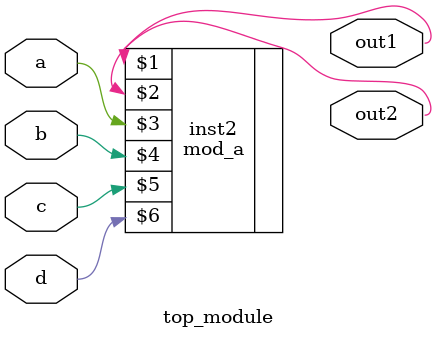
<source format=v>
module top_module ( 
    input a, 
    input b, 
    input c,
    input d,
    output out1,
    output out2
);
    mod_a inst2 (out1, out2, a, b, c, d);	
endmodule

</source>
